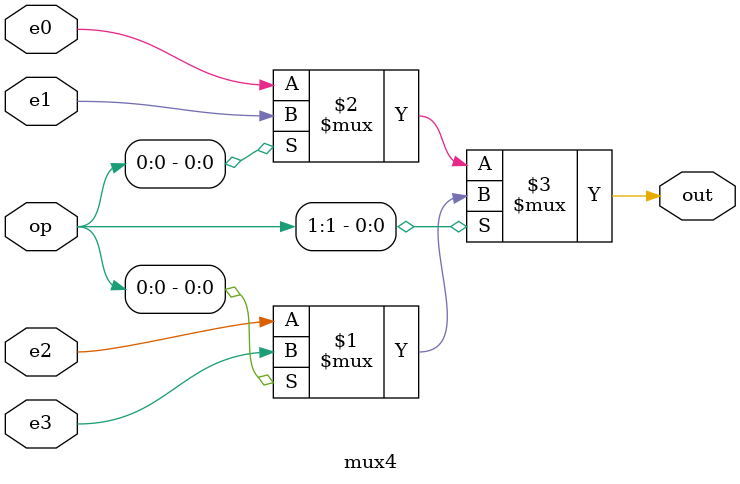
<source format=v>
`timescale 1ns/1ns
module mux4( out, op, e0, e1, e2, e3 );

    input e0, e1, e2, e3;
	input[1:0] op;
    output out;
	
    assign  out = op[1] ? ( op[0] ? e3 : e2 ) : ( op[0] ? e1 : e0 );
	
endmodule
</source>
